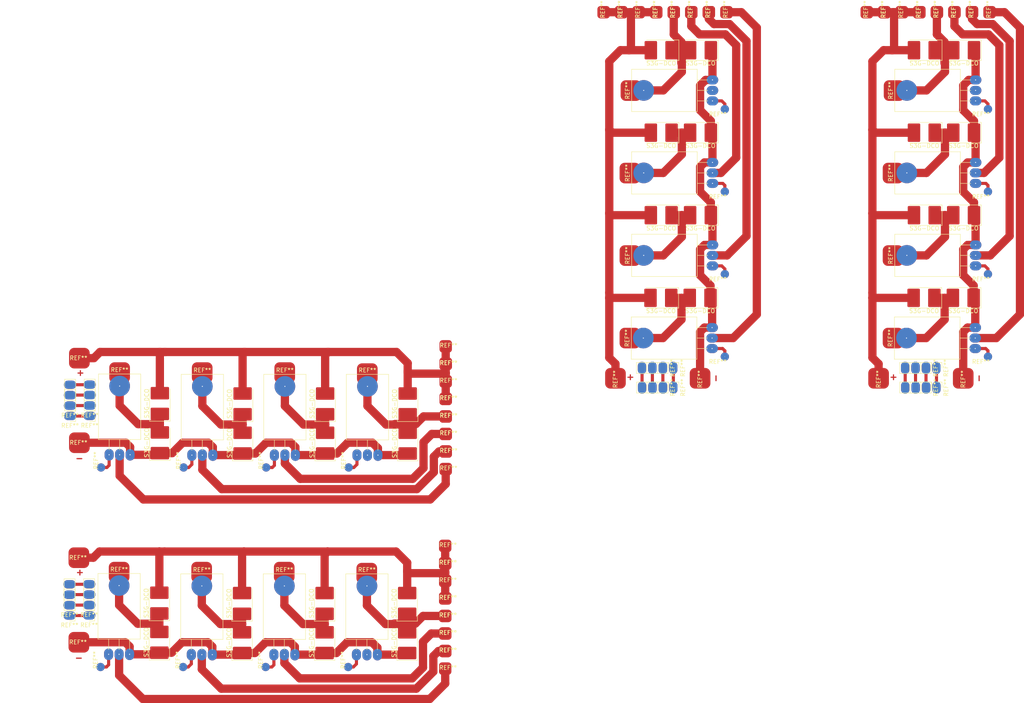
<source format=kicad_pcb>
(kicad_pcb (version 20210606) (generator pcbnew)
  (layers (0 "F.Cu" signal) (31 "B.Cu" signal) (34 "B.Paste" user) (35 "F.Paste" user) (36 "B.SilkS" user "B.Silkscreen") (37 "F.SilkS" user "F.Silkscreen") (38 "B.Mask" user) (39 "F.Mask" user) (44 "Edge.Cuts" user))
  (net 0 "")
  (footprint "Connector_Wire:SolderWirePad_1x01_SMD_1x2mm" (layer "F.Cu") (at 186.874996 19.499998 90)
    (fp_text reference "REF**")
    (fp_text value "SolderWirePad_1x01_SMD_1x2mm")
  )
  (footprint "Connector_Wire:SolderWirePad_1x01_SMD_1x2mm" (layer "F.Cu") (at 131.625 121.75)
    (fp_text reference "REF**")
    (fp_text value "SolderWirePad_1x01_SMD_1x2mm")
  )
  (footprint "Connector_Wire:SolderWirePad_1x01_SMD_1x2mm" (layer "F.Cu") (at 262.999998 102.999999 180)
    (fp_text reference "REF**")
    (fp_text value "SolderWirePad_1x01_SMD_1x2mm")
  )
  (footprint "Diode_SMD:D_2816_7142Metric" (layer "F.Cu") (at 82.29 162.8325 90)
    (fp_text reference "S3G-DCO")
    (fp_text value "D_2816_7142Metric")
  )
  (footprint "Connector_Wire:SolderWirePad_1x01_SMD_1x2mm" (layer "F.Cu") (at 186.874996 19.499998 90)
    (fp_text reference "REF**")
    (fp_text value "SolderWirePad_1x01_SMD_1x2mm")
  )
  (footprint "Package_TO_SOT_THT:TO-220-3_Horizontal_TabDown" (layer "F.Cu") (at 90 175.25)
    (fp_text reference "REF**")
    (fp_text value "TO-220-3_Horizontal_TabDown")
  )
  (footprint "Connector_Wire:SolderWirePad_1x01_SMD_1x2mm" (layer "F.Cu") (at 195.374998 19.499996 90)
    (fp_text reference "REF**")
    (fp_text value "SolderWirePad_1x01_SMD_1x2mm")
  )
  (footprint "Connector_Wire:SolderWirePad_1x01_SMD_1x2mm" (layer "F.Cu") (at 199.249998 42.999996 180)
    (fp_text reference "REF**")
    (fp_text value "SolderWirePad_1x01_SMD_1x2mm")
  )
  (footprint "Connector_PinHeader_2.54mm:PinHeader_1x03_P2.54mm_Vertical" (layer "F.Cu") (at 184.274998 110.499993 -90)
    (fp_text reference "REF**")
    (fp_text value "PinHeader_1x03_P2.54mm_Vertical")
  )
  (footprint "Package_TO_SOT_THT:TO-220-3_Horizontal_TabDown" (layer "F.Cu") (at 70.125 126.875)
    (fp_text reference "REF**")
    (fp_text value "TO-220-3_Horizontal_TabDown")
  )
  (footprint "Connector_Wire:SolderWirePad_1x01_SMD_1x2mm" (layer "F.Cu") (at 263 43 180)
    (fp_text reference "REF**")
    (fp_text value "SolderWirePad_1x01_SMD_1x2mm")
  )
  (footprint "Connector_Wire:SolderWirePad_1x01_SMD_1x2mm" (layer "F.Cu") (at 131.5 170.125)
    (fp_text reference "REF**")
    (fp_text value "SolderWirePad_1x01_SMD_1x2mm")
  )
  (footprint "Connector_Wire:SolderWirePad_1x01_SMD_1x2mm" (layer "F.Cu") (at 42.749999 172.25)
    (fp_text reference "REF**")
    (fp_text value "SolderWirePad_1x01_SMD_1x2mm")
  )
  (footprint "Connector_Wire:SolderWirePad_1x01_SMD_1x2mm" (layer "F.Cu") (at 182.624999 19.499992 90)
    (fp_text reference "REF**")
    (fp_text value "SolderWirePad_1x01_SMD_1x2mm")
  )
  (footprint "Diode_SMD:D_2816_7142Metric" (layer "F.Cu") (at 62.375 123.8875 90)
    (fp_text reference "S3G-DCO")
    (fp_text value "D_2816_7142Metric")
  )
  (footprint "Connector_PinHeader_2.54mm:PinHeader_1x03_P2.54mm_Vertical" (layer "F.Cu") (at 40.5 163.275 180)
    (fp_text reference "REF**")
    (fp_text value "PinHeader_1x03_P2.54mm_Vertical")
  )
  (footprint "Diode_SMD:D_2816_7142Metric" (layer "F.Cu") (at 193.262495 88.749993 180)
    (fp_text reference "S3G-DCO")
    (fp_text value "D_2816_7142Metric")
  )
  (footprint "Package_TO_SOT_THT:TO-220-3_Horizontal_TabDown" (layer "F.Cu") (at 50.085 126.7925)
    (fp_text reference "REF**")
    (fp_text value "TO-220-3_Horizontal_TabDown")
  )
  (footprint "Package_TO_SOT_THT:TO-220-3_Horizontal_TabDown" (layer "F.Cu") (at 196.249999 40.999998 90)
    (fp_text reference "REF**")
    (fp_text value "TO-220-3_Horizontal_TabDown")
  )
  (footprint "Diode_SMD:D_2816_7142Metric" (layer "F.Cu") (at 82.415 123.97 90)
    (fp_text reference "S3G-DCO")
    (fp_text value "D_2816_7142Metric")
  )
  (footprint "Diode_SMD:D_2816_7142Metric" (layer "F.Cu") (at 102.29 162.8325 90)
    (fp_text reference "S3G-DCO")
    (fp_text value "D_2816_7142Metric")
  )
  (footprint "Connector_Wire:SolderWirePad_1x01_SMD_1x2mm" (layer "F.Cu") (at 42.749999 151.75)
    (fp_text reference "REF**")
    (fp_text value "SolderWirePad_1x01_SMD_1x2mm")
  )
  (footprint "Connector_Wire:SolderWirePad_1x01_SMD_1x2mm" (layer "F.Cu") (at 88.125 129.875 90)
    (fp_text reference "REF**")
    (fp_text value "SolderWirePad_1x01_SMD_1x2mm")
  )
  (footprint "Package_TO_SOT_THT:TO-220-3_Horizontal_TabDown" (layer "F.Cu") (at 196.167497 101.039997 90)
    (fp_text reference "REF**")
    (fp_text value "TO-220-3_Horizontal_TabDown")
  )
  (footprint "Connector_PinHeader_2.54mm:PinHeader_1x03_P2.54mm_Vertical" (layer "F.Cu") (at 250.524996 110.499998 -90)
    (fp_text reference "REF**")
    (fp_text value "PinHeader_1x03_P2.54mm_Vertical")
  )
  (footprint "Connector_PinHeader_2.54mm:PinHeader_1x03_P2.54mm_Vertical" (layer "F.Cu") (at 186.749998 105.749997 -90)
    (fp_text reference "REF**")
    (fp_text value "PinHeader_1x03_P2.54mm_Vertical")
  )
  (footprint "Package_TO_SOT_THT:TO-220-3_Horizontal_TabDown" (layer "F.Cu") (at 110 175.25)
    (fp_text reference "REF**")
    (fp_text value "TO-220-3_Horizontal_TabDown")
  )
  (footprint "Diode_SMD:D_2816_7142Metric" (layer "F.Cu") (at 193.344998 48.709996 180)
    (fp_text reference "S3G-DCO")
    (fp_text value "D_2816_7142Metric")
  )
  (footprint "Connector_Wire:SolderWirePad_1x01_SMD_1x2mm" (layer "F.Cu") (at 131.5 174.375)
    (fp_text reference "REF**")
    (fp_text value "SolderWirePad_1x01_SMD_1x2mm")
  )
  (footprint "Connector_Wire:SolderWirePad_1x01_SMD_1x2mm" (layer "F.Cu") (at 263 83 180)
    (fp_text reference "REF**")
    (fp_text value "SolderWirePad_1x01_SMD_1x2mm")
  )
  (footprint "Connector_Wire:SolderWirePad_1x01_SMD_1x2mm" (layer "F.Cu") (at 199.624998 19.499996 90)
    (fp_text reference "REF**")
    (fp_text value "SolderWirePad_1x01_SMD_1x2mm")
  )
  (footprint "Diode_SMD:D_2816_7142Metric" (layer "F.Cu") (at 247.582503 28.710002 180)
    (fp_text reference "S3G-DCO")
    (fp_text value "D_2816_7142Metric")
  )
  (footprint "Connector_PinHeader_2.54mm:PinHeader_1x03_P2.54mm_Vertical" (layer "F.Cu") (at 248.025 110.499997 -90)
    (fp_text reference "REF**")
    (fp_text value "PinHeader_1x03_P2.54mm_Vertical")
  )
  (footprint "Diode_SMD:D_2816_7142Metric" (layer "F.Cu") (at 62.25 162.75 90)
    (fp_text reference "S3G-DCO")
    (fp_text value "D_2816_7142Metric")
  )
  (footprint "Connector_Wire:SolderWirePad_1x01_SMD_1x2mm" (layer "F.Cu") (at 191.124993 19.499993 90)
    (fp_text reference "REF**")
    (fp_text value "SolderWirePad_1x01_SMD_1x2mm")
  )
  (footprint "Connector_Wire:SolderWirePad_1x01_SMD_1x2mm" (layer "F.Cu") (at 131.625 113.25)
    (fp_text reference "REF**")
    (fp_text value "SolderWirePad_1x01_SMD_1x2mm")
  )
  (footprint "Connector_Wire:SolderWirePad_1x01_SMD_1x2mm" (layer "F.Cu") (at 131.5 165.875)
    (fp_text reference "REF**")
    (fp_text value "SolderWirePad_1x01_SMD_1x2mm")
  )
  (footprint "Connector_Wire:SolderWirePad_1x01_SMD_1x2mm" (layer "F.Cu") (at 131.625 121.75)
    (fp_text reference "REF**")
    (fp_text value "SolderWirePad_1x01_SMD_1x2mm")
  )
  (footprint "" (layer "F.Cu") (at 92.5 155.25)
    (fp_text reference "")
    (fp_text value "")
  )
  (footprint "Connector_Wire:SolderWirePad_1x01_SMD_1x2mm" (layer "F.Cu") (at 131.5 153.125)
    (fp_text reference "REF**")
    (fp_text value "SolderWirePad_1x01_SMD_1x2mm")
  )
  (footprint "Package_TO_SOT_THT:TO-220-3_Horizontal_TabDown" (layer "F.Cu") (at 260 80.999999 90)
    (fp_text reference "REF**")
    (fp_text value "TO-220-3_Horizontal_TabDown")
  )
  (footprint "" (layer "F.Cu") (at 112.5 155.5)
    (fp_text reference "")
    (fp_text value "")
  )
  (footprint "Package_TO_SOT_THT:TO-220-3_Horizontal_TabDown" (layer "F.Cu") (at 196.249999 60.999996 90)
    (fp_text reference "REF**")
    (fp_text value "TO-220-3_Horizontal_TabDown")
  )
  (footprint "Connector_Wire:SolderWirePad_1x01_SMD_1x2mm" (layer "F.Cu") (at 178.375002 19.499997 90)
    (fp_text reference "REF**")
    (fp_text value "SolderWirePad_1x01_SMD_1x2mm")
  )
  (footprint "Connector_Wire:SolderWirePad_1x01_SMD_1x2mm" (layer "F.Cu") (at 131.625 109)
    (fp_text reference "REF**")
    (fp_text value "SolderWirePad_1x01_SMD_1x2mm")
  )
  (footprint "Connector_Wire:SolderWirePad_1x01_SMD_1x2mm" (layer "F.Cu") (at 108 178.25 90)
    (fp_text reference "REF**")
    (fp_text value "SolderWirePad_1x01_SMD_1x2mm")
  )
  (footprint "Diode_SMD:D_2816_7142Metric" (layer "F.Cu") (at 183.832497 68.709997 180)
    (fp_text reference "S3G-DCO")
    (fp_text value "D_2816_7142Metric")
  )
  (footprint "Package_TO_SOT_THT:TO-220-3_Horizontal_TabDown" (layer "F.Cu") (at 110.125 126.875)
    (fp_text reference "REF**")
    (fp_text value "TO-220-3_Horizontal_TabDown")
  )
  (footprint "Connector_Wire:SolderWirePad_1x01_SMD_1x2mm" (layer "F.Cu") (at 131.625 100.5)
    (fp_text reference "REF**")
    (fp_text value "SolderWirePad_1x01_SMD_1x2mm")
  )
  (footprint "Connector_Wire:SolderWirePad_1x01_SMD_1x2mm" (layer "F.Cu") (at 131.5 148.875)
    (fp_text reference "REF**")
    (fp_text value "SolderWirePad_1x01_SMD_1x2mm")
  )
  (footprint "Connector_Wire:SolderWirePad_1x01_SMD_1x2mm" (layer "F.Cu") (at 88 178.25 90)
    (fp_text reference "REF**")
    (fp_text value "SolderWirePad_1x01_SMD_1x2mm")
  )
  (footprint "Connector_PinHeader_2.54mm:PinHeader_1x03_P2.54mm_Vertical" (layer "F.Cu") (at 40.5 165.774998 180)
    (fp_text reference "REF**")
    (fp_text value "PinHeader_1x03_P2.54mm_Vertical")
  )
  (footprint "Connector_Wire:SolderWirePad_1x01_SMD_1x2mm" (layer "F.Cu") (at 131.625 130.25)
    (fp_text reference "REF**")
    (fp_text value "SolderWirePad_1x01_SMD_1x2mm")
  )
  (footprint "Diode_SMD:D_2816_7142Metric" (layer "F.Cu") (at 82.29 172.345 90)
    (fp_text reference "S3G-DCO")
    (fp_text value "D_2816_7142Metric")
  )
  (footprint "Connector_Wire:SolderWirePad_1x01_SMD_1x2mm" (layer "F.Cu") (at 131.5 165.875)
    (fp_text reference "REF**")
    (fp_text value "SolderWirePad_1x01_SMD_1x2mm")
  )
  (footprint "" (layer "F.Cu") (at 239.999998 98.500001 90)
    (fp_text reference "")
    (fp_text value "")
  )
  (footprint "" (layer "F.Cu") (at 72.625 106.875)
    (fp_text reference "")
    (fp_text value "")
  )
  (footprint "Connector_Wire:SolderWirePad_1x01_SMD_1x2mm" (layer "F.Cu") (at 131.625 126)
    (fp_text reference "REF**")
    (fp_text value "SolderWirePad_1x01_SMD_1x2mm")
  )
  (footprint "Connector_Wire:SolderWirePad_1x01_SMD_1x2mm" (layer "F.Cu") (at 195.374998 19.499996 90)
    (fp_text reference "REF**")
    (fp_text value "SolderWirePad_1x01_SMD_1x2mm")
  )
  (footprint "" (layer "F.Cu") (at 176.249998 78.499996 90)
    (fp_text reference "")
    (fp_text value "")
  )
  (footprint "Connector_Wire:SolderWirePad_1x01_SMD_1x2mm" (layer "F.Cu") (at 131.625 126)
    (fp_text reference "REF**")
    (fp_text value "SolderWirePad_1x01_SMD_1x2mm")
  )
  (footprint "Connector_PinHeader_2.54mm:PinHeader_1x03_P2.54mm_Vertical" (layer "F.Cu") (at 40.625 117.399998 180)
    (fp_text reference "REF**")
    (fp_text value "PinHeader_1x03_P2.54mm_Vertical")
  )
  (footprint "Connector_Wire:SolderWirePad_1x01_SMD_1x2mm" (layer "F.Cu") (at 259.125 19.5 90)
    (fp_text reference "REF**")
    (fp_text value "SolderWirePad_1x01_SMD_1x2mm")
  )
  (footprint "Connector_Wire:SolderWirePad_1x01_SMD_1x2mm" (layer "F.Cu") (at 131.625 117.5)
    (fp_text reference "REF**")
    (fp_text value "SolderWirePad_1x01_SMD_1x2mm")
  )
  (footprint "Connector_PinHeader_2.54mm:PinHeader_1x03_P2.54mm_Vertical" (layer "F.Cu") (at 45.374999 117.375 180)
    (fp_text reference "REF**")
    (fp_text value "PinHeader_1x03_P2.54mm_Vertical")
  )
  (footprint "Diode_SMD:D_2816_7142Metric" (layer "F.Cu") (at 247.5 88.75 180)
    (fp_text reference "S3G-DCO")
    (fp_text value "D_2816_7142Metric")
  )
  (footprint "Diode_SMD:D_2816_7142Metric" (layer "F.Cu") (at 183.749998 88.749996 180)
    (fp_text reference "S3G-DCO")
    (fp_text value "D_2816_7142Metric")
  )
  (footprint "Diode_SMD:D_2816_7142Metric" (layer "F.Cu") (at 122.415 123.97 90)
    (fp_text reference "S3G-DCO")
    (fp_text value "D_2816_7142Metric")
  )
  (footprint "" (layer "F.Cu") (at 240.25 38.500001 90)
    (fp_text reference "")
    (fp_text value "")
  )
  (footprint "Connector_Wire:SolderWirePad_1x01_SMD_1x2mm" (layer "F.Cu") (at 68 178.25 90)
    (fp_text reference "REF**")
    (fp_text value "SolderWirePad_1x01_SMD_1x2mm")
  )
  (footprint "Connector_Wire:SolderWirePad_1x01_SMD_1x2mm" (layer "F.Cu") (at 68.125 129.875 90)
    (fp_text reference "REF**")
    (fp_text value "SolderWirePad_1x01_SMD_1x2mm")
  )
  (footprint "Connector_Wire:SolderWirePad_1x01_SMD_1x2mm" (layer "F.Cu") (at 172.75 108.25 90)
    (fp_text reference "REF**")
    (fp_text value "SolderWirePad_1x01_SMD_1x2mm")
  )
  (footprint "Connector_Wire:SolderWirePad_1x01_SMD_1x2mm" (layer "F.Cu") (at 237.875 19.5 90)
    (fp_text reference "REF**")
    (fp_text value "SolderWirePad_1x01_SMD_1x2mm")
  )
  (footprint "Connector_Wire:SolderWirePad_1x01_SMD_1x2mm" (layer "F.Cu") (at 42.874999 103.375)
    (fp_text reference "REF**")
    (fp_text value "SolderWirePad_1x01_SMD_1x2mm")
  )
  (footprint "Diode_SMD:D_2816_7142Metric" (layer "F.Cu") (at 247.5825 48.71 180)
    (fp_text reference "S3G-DCO")
    (fp_text value "D_2816_7142Metric")
  )
  (footprint "Diode_SMD:D_2816_7142Metric" (layer "F.Cu") (at 122.29 162.8325 90)
    (fp_text reference "S3G-DCO")
    (fp_text value "D_2816_7142Metric")
  )
  (footprint "Connector_PinHeader_2.54mm:PinHeader_1x03_P2.54mm_Vertical" (layer "F.Cu") (at 45.374999 114.875002 180)
    (fp_text reference "REF**")
    (fp_text value "PinHeader_1x03_P2.54mm_Vertical")
  )
  (footprint "Package_TO_SOT_THT:TO-220-3_Horizontal_TabDown" (layer "F.Cu") (at 260.000001 41.000002 90)
    (fp_text reference "REF**")
    (fp_text value "TO-220-3_Horizontal_TabDown")
  )
  (footprint "Diode_SMD:D_2816_7142Metric" (layer "F.Cu") (at 102.415 114.4575 90)
    (fp_text reference "S3G-DCO")
    (fp_text value "D_2816_7142Metric")
  )
  (footprint "" (layer "F.Cu") (at 176.499998 38.499997 90)
    (fp_text reference "")
    (fp_text value "")
  )
  (footprint "Connector_Wire:SolderWirePad_1x01_SMD_1x2mm" (layer "F.Cu") (at 48.125 129.875 90)
    (fp_text reference "REF**")
    (fp_text value "SolderWirePad_1x01_SMD_1x2mm")
  )
  (footprint "Diode_SMD:D_2816_7142Metric" (layer "F.Cu") (at 102.29 172.345 90)
    (fp_text reference "S3G-DCO")
    (fp_text value "D_2816_7142Metric")
  )
  (footprint "Diode_SMD:D_2816_7142Metric" (layer "F.Cu") (at 193.344995 68.709996 180)
    (fp_text reference "S3G-DCO")
    (fp_text value "D_2816_7142Metric")
  )
  (footprint "Diode_SMD:D_2816_7142Metric" (layer "F.Cu") (at 257.094997 68.71 180)
    (fp_text reference "S3G-DCO")
    (fp_text value "D_2816_7142Metric")
  )
  (footprint "Package_TO_SOT_THT:TO-220-3_Horizontal_TabDown" (layer "F.Cu") (at 259.917499 101.040001 90)
    (fp_text reference "REF**")
    (fp_text value "TO-220-3_Horizontal_TabDown")
  )
  (footprint "" (layer "F.Cu") (at 52.5 155.25)
    (fp_text reference "")
    (fp_text value "")
  )
  (footprint "Connector_Wire:SolderWirePad_1x01_SMD_1x2mm" (layer "F.Cu") (at 257.000001 108.25 90)
    (fp_text reference "REF**")
    (fp_text value "SolderWirePad_1x01_SMD_1x2mm")
  )
  (footprint "Connector_Wire:SolderWirePad_1x01_SMD_1x2mm" (layer "F.Cu") (at 246.375001 19.499996 90)
    (fp_text reference "REF**")
    (fp_text value "SolderWirePad_1x01_SMD_1x2mm")
  )
  (footprint "Connector_Wire:SolderWirePad_1x01_SMD_1x2mm" (layer "F.Cu") (at 246.375001 19.499996 90)
    (fp_text reference "REF**")
    (fp_text value "SolderWirePad_1x01_SMD_1x2mm")
  )
  (footprint "Connector_Wire:SolderWirePad_1x01_SMD_1x2mm" (layer "F.Cu") (at 131.625 117.5)
    (fp_text reference "REF**")
    (fp_text value "SolderWirePad_1x01_SMD_1x2mm")
  )
  (footprint "Connector_Wire:SolderWirePad_1x01_SMD_1x2mm" (layer "F.Cu") (at 131.5 178.625)
    (fp_text reference "REF**")
    (fp_text value "SolderWirePad_1x01_SMD_1x2mm")
  )
  (footprint "Connector_Wire:SolderWirePad_1x01_SMD_1x2mm" (layer "F.Cu") (at 199.249998 82.999996 180)
    (fp_text reference "REF**")
    (fp_text value "SolderWirePad_1x01_SMD_1x2mm")
  )
  (footprint "Connector_Wire:SolderWirePad_1x01_SMD_1x2mm" (layer "F.Cu") (at 48 178.25 90)
    (fp_text reference "REF**")
    (fp_text value "SolderWirePad_1x01_SMD_1x2mm")
  )
  (footprint "Diode_SMD:D_2816_7142Metric" (layer "F.Cu") (at 257.095 48.71 180)
    (fp_text reference "S3G-DCO")
    (fp_text value "D_2816_7142Metric")
  )
  (footprint "Connector_Wire:SolderWirePad_1x01_SMD_1x2mm" (layer "F.Cu") (at 131.625 104.75)
    (fp_text reference "REF**")
    (fp_text value "SolderWirePad_1x01_SMD_1x2mm")
  )
  (footprint "Package_TO_SOT_THT:TO-220-3_Horizontal_TabDown" (layer "F.Cu") (at 90.125 126.875)
    (fp_text reference "REF**")
    (fp_text value "TO-220-3_Horizontal_TabDown")
  )
  (footprint "Connector_Wire:SolderWirePad_1x01_SMD_1x2mm" (layer "F.Cu") (at 250.624998 19.500002 90)
    (fp_text reference "REF**")
    (fp_text value "SolderWirePad_1x01_SMD_1x2mm")
  )
  (footprint "" (layer "F.Cu") (at 240 58.5 90)
    (fp_text reference "")
    (fp_text value "")
  )
  (footprint "Connector_PinHeader_2.54mm:PinHeader_1x03_P2.54mm_Vertical" (layer "F.Cu") (at 40.625 114.9 180)
    (fp_text reference "REF**")
    (fp_text value "PinHeader_1x03_P2.54mm_Vertical")
  )
  (footprint "Package_TO_SOT_THT:TO-220-3_Horizontal_TabDown" (layer "F.Cu") (at 49.96 175.1675)
    (fp_text reference "REF**")
    (fp_text value "TO-220-3_Horizontal_TabDown")
  )
  (footprint "Package_TO_SOT_THT:TO-220-3_Horizontal_TabDown" (layer "F.Cu") (at 196.249998 80.999995 90)
    (fp_text reference "REF**")
    (fp_text value "TO-220-3_Horizontal_TabDown")
  )
  (footprint "Connector_Wire:SolderWirePad_1x01_SMD_1x2mm" (layer "F.Cu") (at 169.874998 19.499995 90)
    (fp_text reference "REF**")
    (fp_text value "SolderWirePad_1x01_SMD_1x2mm")
  )
  (footprint "Connector_PinHeader_2.54mm:PinHeader_1x03_P2.54mm_Vertical" (layer "F.Cu") (at 186.774994 110.499994 -90)
    (fp_text reference "REF**")
    (fp_text value "PinHeader_1x03_P2.54mm_Vertical")
  )
  (footprint "Connector_Wire:SolderWirePad_1x01_SMD_1x2mm" (layer "F.Cu") (at 263.375 19.5 90)
    (fp_text reference "REF**")
    (fp_text value "SolderWirePad_1x01_SMD_1x2mm")
  )
  (footprint "" (layer "F.Cu") (at 112.625 107.125)
    (fp_text reference "")
    (fp_text value "")
  )
  (footprint "Connector_Wire:SolderWirePad_1x01_SMD_1x2mm" (layer "F.Cu") (at 174.124998 19.499996 90)
    (fp_text reference "REF**")
    (fp_text value "SolderWirePad_1x01_SMD_1x2mm")
  )
  (footprint "Connector_Wire:SolderWirePad_1x01_SMD_1x2mm" (layer "F.Cu") (at 254.874995 19.499997 90)
    (fp_text reference "REF**")
    (fp_text value "SolderWirePad_1x01_SMD_1x2mm")
  )
  (footprint "" (layer "F.Cu") (at 176.249998 58.499996 90)
    (fp_text reference "")
    (fp_text value "")
  )
  (footprint "Connector_Wire:SolderWirePad_1x01_SMD_1x2mm" (layer "F.Cu") (at 250.624998 19.500002 90)
    (fp_text reference "REF**")
    (fp_text value "SolderWirePad_1x01_SMD_1x2mm")
  )
  (footprint "Diode_SMD:D_2816_7142Metric" (layer "F.Cu") (at 122.29 172.345 90)
    (fp_text reference "S3G-DCO")
    (fp_text value "D_2816_7142Metric")
  )
  (footprint "Connector_PinHeader_2.54mm:PinHeader_1x03_P2.54mm_Vertical" (layer "F.Cu") (at 250.5 105.750001 -90)
    (fp_text reference "REF**")
    (fp_text value "PinHeader_1x03_P2.54mm_Vertical")
  )
  (footprint "Connector_Wire:SolderWirePad_1x01_SMD_1x2mm" (layer "F.Cu") (at 182.624999 19.499992 90)
    (fp_text reference "REF**")
    (fp_text value "SolderWirePad_1x01_SMD_1x2mm")
  )
  (footprint "Connector_Wire:SolderWirePad_1x01_SMD_1x2mm" (layer "F.Cu") (at 108.125 129.875 90)
    (fp_text reference "REF**")
    (fp_text value "SolderWirePad_1x01_SMD_1x2mm")
  )
  (footprint "Diode_SMD:D_2816_7142Metric" (layer "F.Cu") (at 102.415 123.97 90)
    (fp_text reference "S3G-DCO")
    (fp_text value "D_2816_7142Metric")
  )
  (footprint "Package_TO_SOT_THT:TO-220-3_Horizontal_TabDown" (layer "F.Cu") (at 70 175.25)
    (fp_text reference "REF**")
    (fp_text value "TO-220-3_Horizontal_TabDown")
  )
  (footprint "Connector_Wire:SolderWirePad_1x01_SMD_1x2mm" (layer "F.Cu") (at 131.5 170.125)
    (fp_text reference "REF**")
    (fp_text value "SolderWirePad_1x01_SMD_1x2mm")
  )
  (footprint "" (layer "F.Cu") (at 240 78.5 90)
    (fp_text reference "")
    (fp_text value "")
  )
  (footprint "Connector_Wire:SolderWirePad_1x01_SMD_1x2mm" (layer "F.Cu") (at 174.124998 19.499996 90)
    (fp_text reference "REF**")
    (fp_text value "SolderWirePad_1x01_SMD_1x2mm")
  )
  (footprint "Connector_PinHeader_2.54mm:PinHeader_1x03_P2.54mm_Vertical" (layer "F.Cu") (at 45.249999 163.250002 180)
    (fp_text reference "REF**")
    (fp_text value "PinHeader_1x03_P2.54mm_Vertical")
  )
  (footprint "Connector_Wire:SolderWirePad_1x01_SMD_1x2mm" (layer "F.Cu") (at 242.125004 19.500001 90)
    (fp_text reference "REF**")
    (fp_text value "SolderWirePad_1x01_SMD_1x2mm")
  )
  (footprint "Diode_SMD:D_2816_7142Metric" (layer "F.Cu") (at 247.582499 68.710001 180)
    (fp_text reference "S3G-DCO")
    (fp_text value "D_2816_7142Metric")
  )
  (footprint "" (layer "F.Cu") (at 176.249996 98.499997 90)
    (fp_text reference "")
    (fp_text value "")
  )
  (footprint "Connector_Wire:SolderWirePad_1x01_SMD_1x2mm" (layer "F.Cu") (at 131.5 161.625)
    (fp_text reference "REF**")
    (fp_text value "SolderWirePad_1x01_SMD_1x2mm")
  )
  (footprint "Connector_Wire:SolderWirePad_1x01_SMD_1x2mm" (layer "F.Cu") (at 233.625 19.499999 90)
    (fp_text reference "REF**")
    (fp_text value "SolderWirePad_1x01_SMD_1x2mm")
  )
  (footprint "Diode_SMD:D_2816_7142Metric" (layer "F.Cu") (at 193.344998 28.709996 180)
    (fp_text reference "S3G-DCO")
    (fp_text value "D_2816_7142Metric")
  )
  (footprint "Connector_PinHeader_2.54mm:PinHeader_1x03_P2.54mm_Vertical" (layer "F.Cu") (at 45.249999 165.75 180)
    (fp_text reference "REF**")
    (fp_text value "PinHeader_1x03_P2.54mm_Vertical")
  )
  (footprint "Connector_Wire:SolderWirePad_1x01_SMD_1x2mm" (layer "F.Cu") (at 131.5 161.625)
    (fp_text reference "REF**")
    (fp_text value "SolderWirePad_1x01_SMD_1x2mm")
  )
  (footprint "Diode_SMD:D_2816_7142Metric" (layer "F.Cu") (at 62.25 172.2625 90)
    (fp_text reference "S3G-DCO")
    (fp_text value "D_2816_7142Metric")
  )
  (footprint "Connector_Wire:SolderWirePad_1x01_SMD_1x2mm" (layer "F.Cu") (at 199.249996 102.999995 180)
    (fp_text reference "REF**")
    (fp_text value "SolderWirePad_1x01_SMD_1x2mm")
  )
  (footprint "Diode_SMD:D_2816_7142Metric" (layer "F.Cu") (at 183.832501 28.709998 180)
    (fp_text reference "S3G-DCO")
    (fp_text value "D_2816_7142Metric")
  )
  (footprint "Diode_SMD:D_2816_7142Metric" (layer "F.Cu") (at 62.375 114.375 90)
    (fp_text reference "S3G-DCO")
    (fp_text value "D_2816_7142Metric")
  )
  (footprint "Diode_SMD:D_2816_7142Metric" (layer "F.Cu") (at 257.012497 88.749997 180)
    (fp_text reference "S3G-DCO")
    (fp_text value "D_2816_7142Metric")
  )
  (footprint "" (layer "F.Cu") (at 92.625 106.875)
    (fp_text reference "")
    (fp_text value "")
  )
  (footprint "Diode_SMD:D_2816_7142Metric" (layer "F.Cu") (at 82.415 114.4575 90)
    (fp_text reference "S3G-DCO")
    (fp_text value "D_2816_7142Metric")
  )
  (footprint "Connector_Wire:SolderWirePad_1x01_SMD_1x2mm" (layer "F.Cu") (at 236.500002 108.250004 90)
    (fp_text reference "REF**")
    (fp_text value "SolderWirePad_1x01_SMD_1x2mm")
  )
  (footprint "Connector_Wire:SolderWirePad_1x01_SMD_1x2mm" (layer "F.Cu") (at 131.5 153.125)
    (fp_text reference "REF**")
    (fp_text value "SolderWirePad_1x01_SMD_1x2mm")
  )
  (footprint "Connector_Wire:SolderWirePad_1x01_SMD_1x2mm" (layer "F.Cu") (at 131.625 113.25)
    (fp_text reference "REF**")
    (fp_text value "SolderWirePad_1x01_SMD_1x2mm")
  )
  (footprint "Connector_Wire:SolderWirePad_1x01_SMD_1x2mm" (layer "F.Cu") (at 254.874995 19.499997 90)
    (fp_text reference "REF**")
    (fp_text value "SolderWirePad_1x01_SMD_1x2mm")
  )
  (footprint "Connector_PinHeader_2.54mm:PinHeader_1x03_P2.54mm_Vertical" (layer "F.Cu") (at 184.25 105.749998 -90)
    (fp_text reference "REF**")
    (fp_text value "PinHeader_1x03_P2.54mm_Vertical")
  )
  (footprint "Package_TO_SOT_THT:TO-220-3_Horizontal_TabDown" (layer "F.Cu") (at 260.000001 61 90)
    (fp_text reference "REF**")
    (fp_text value "TO-220-3_Horizontal_TabDown")
  )
  (footprint "" (layer "F.Cu") (at 52.625 106.875)
    (fp_text reference "")
    (fp_text value "")
  )
  (footprint "Connector_Wire:SolderWirePad_1x01_SMD_1x2mm" (layer "F.Cu") (at 193.249999 108.249996 90)
    (fp_text reference "REF**")
    (fp_text value "SolderWirePad_1x01_SMD_1x2mm")
  )
  (footprint "Connector_Wire:SolderWirePad_1x01_SMD_1x2mm" (layer "F.Cu") (at 263.000002 63.000001 180)
    (fp_text reference "REF**")
    (fp_text value "SolderWirePad_1x01_SMD_1x2mm")
  )
  (footprint "Diode_SMD:D_2816_7142Metric" (layer "F.Cu") (at 257.095 28.71 180)
    (fp_text reference "S3G-DCO")
    (fp_text value "D_2816_7142Metric")
  )
  (footprint "Connector_Wire:SolderWirePad_1x01_SMD_1x2mm" (layer "F.Cu") (at 259.125 19.5 90)
    (fp_text reference "REF**")
    (fp_text value "SolderWirePad_1x01_SMD_1x2mm")
  )
  (footprint "" (layer "F.Cu") (at 72.5 155.25)
    (fp_text reference "")
    (fp_text value "")
  )
  (footprint "Connector_Wire:SolderWirePad_1x01_SMD_1x2mm" (layer "F.Cu") (at 131.5 157.375)
    (fp_text reference "REF**")
    (fp_text value "SolderWirePad_1x01_SMD_1x2mm")
  )
  (footprint "Connector_Wire:SolderWirePad_1x01_SMD_1x2mm" (layer "F.Cu") (at 131.5 174.375)
    (fp_text reference "REF**")
    (fp_text value "SolderWirePad_1x01_SMD_1x2mm")
  )
  (footprint "Diode_SMD:D_2816_7142Metric" (layer "F.Cu") (at 183.832498 48.709996 180)
    (fp_text reference "S3G-DCO")
    (fp_text value "D_2816_7142Metric")
  )
  (footprint "Connector_Wire:SolderWirePad_1x01_SMD_1x2mm" (layer "F.Cu") (at 191.124993 19.499993 90)
    (fp_text reference "REF**")
    (fp_text value "SolderWirePad_1x01_SMD_1x2mm")
  )
  (footprint "Connector_PinHeader_2.54mm:PinHeader_1x03_P2.54mm_Vertical" (layer "F.Cu") (at 248.000002 105.750002 -90)
    (fp_text reference "REF**")
    (fp_text value "PinHeader_1x03_P2.54mm_Vertical")
  )
  (footprint "Connector_Wire:SolderWirePad_1x01_SMD_1x2mm" (layer "F.Cu") (at 199.25 62.999997 180)
    (fp_text reference "REF**")
    (fp_text value "SolderWirePad_1x01_SMD_1x2mm")
  )
  (footprint "Connector_Wire:SolderWirePad_1x01_SMD_1x2mm" (layer "F.Cu") (at 42.874999 123.875)
    (fp_text reference "REF**")
    (fp_text value "SolderWirePad_1x01_SMD_1x2mm")
  )
  (footprint "Connector_Wire:SolderWirePad_1x01_SMD_1x2mm" (layer "F.Cu") (at 131.625 104.75)
    (fp_text reference "REF**")
    (fp_text value "SolderWirePad_1x01_SMD_1x2mm")
  )
  (footprint "Connector_Wire:SolderWirePad_1x01_SMD_1x2mm" (layer "F.Cu") (at 237.875 19.5 90)
    (fp_text reference "REF**")
    (fp_text value "SolderWirePad_1x01_SMD_1x2mm")
  )
  (footprint "Diode_SMD:D_2816_7142Metric" (layer "F.Cu") (at 122.415 114.4575 90)
    (fp_text reference "S3G-DCO")
    (fp_text value "D_2816_7142Metric")
  )
  (gr_text "+" (at 240.000002 108.000003 90) (layer "F.Cu") (effects (font (size 1.5 1.5) (thickness 0.3))))
  (gr_text "+" (at 176.25 107.999999 90) (layer "F.Cu") (effects (font (size 1.5 1.5) (thickness 0.3))))
  (gr_text "+" (at 42.999999 155.25) (layer "F.Cu") (effects (font (size 1.5 1.5) (thickness 0.3))))
  (gr_text "-" (at 42.749999 176) (layer "F.Cu") (effects (font (size 1.5 1.5) (thickness 0.3))))
  (gr_text "-" (at 196.999998 108.249995 90) (layer "F.Cu") (effects (font (size 1.5 1.5) (thickness 0.3))))
  (gr_text "-" (at 260.75 108.249999 90) (layer "F.Cu") (effects (font (size 1.5 1.5) (thickness 0.3))))
  (gr_text "-" (at 42.874999 127.625) (layer "F.Cu") (effects (font (size 1.5 1.5) (thickness 0.3))))
  (gr_text "+" (at 43.124999 106.875) (layer "F.Cu") (effects (font (size 1.5 1.5) (thickness 0.3))))
  (segment (start 122.415 111.945) (end 122.415 106.665) (width 2) (layer "F.Cu") (net 0))
  (segment (start 260 78.46) (end 263.54 78.459998) (width 2) (layer "F.Cu") (net 0))
  (segment (start 82.75 150.25) (end 63.5 150.25) (width 2) (layer "F.Cu") (net 0))
  (segment (start 252.582502 33.960002) (end 252.5825 28.709996) (width 2) (layer "F.Cu") (net 0))
  (segment (start 45.350001 109.82) (end 45.374999 109.795002) (width 0.75) (layer "F.Cu") (net 0))
  (segment (start 52.5 158.5075) (end 52.5 163.25) (width 2) (layer "F.Cu") (net 0))
  (segment (start 245.444995 110.499996) (end 245.444998 105.774999) (width 0.75) (layer "F.Cu") (net 0))
  (segment (start 257 97.000001) (end 257.000001 108.25) (width 2) (layer "F.Cu") (net 0))
  (segment (start 252.4575 26.7075) (end 250.625 24.874996) (width 2) (layer "F.Cu") (net 0))
  (segment (start 243.34 58.46) (end 248.0825 58.460001) (width 2) (layer "F.Cu") (net 0))
  (segment (start 55.04 173.29) (end 55.04 175.1675) (width 2) (layer "F.Cu") (net 0))
  (segment (start 122.29 167.8325) (end 122.29 169.8325) (width 2) (layer "F.Cu") (net 0))
  (segment (start 171.25 31.419994) (end 171.249996 47.999994) (width 2) (layer "F.Cu") (net 0))
  (segment (start 105.1425 174.8575) (end 107.75 172.25) (width 2) (layer "F.Cu") (net 0))
  (segment (start 54.125 123.875) (end 55.165 124.915) (width 2) (layer "F.Cu") (net 0))
  (segment (start 239.79 28.71) (end 237.71 28.71) (width 2) (layer "F.Cu") (net 0))
  (segment (start 95.08 175.25) (end 101.8975 175.25) (width 2) (layer "F.Cu") (net 0))
  (segment (start 201.999998 27.499996) (end 199.374997 24.874995) (width 2) (layer "F.Cu") (net 0))
  (segment (start 62.375 119.375) (end 62.375 121.375) (width 2) (layer "F.Cu") (net 0))
  (segment (start 122.29 165.345) (end 122.29 167.8325) (width 2) (layer "F.Cu") (net 0))
  (segment (start 199.789998 78.459994) (end 204.499999 73.749995) (width 2) (layer "F.Cu") (net 0))
  (segment (start 52.5 163.25) (end 57 167.75) (width 2) (layer "F.Cu") (net 0))
  (segment (start 40.5 165.774998) (end 45.225001 165.774998) (width 0.75) (layer "F.Cu") (net 0))
  (segment (start 105.2675 126.4825) (end 107.875 123.875) (width 2) (layer "F.Cu") (net 0))
  (segment (start 195.857497 68.709998) (end 195.857496 65.607496) (width 2) (layer "F.Cu") (net 0))
  (segment (start 179.589998 38.459998) (end 184.332498 38.459996) (width 2) (layer "F.Cu") (net 0))
  (segment (start 55.04 175.1675) (end 61.8575 175.1675) (width 2) (layer "F.Cu") (net 0))
  (segment (start 260 69.1025) (end 259.607499 68.710002) (width 2) (layer "F.Cu") (net 0))
  (segment (start 75.08 175.25) (end 75.08 173.33) (width 2) (layer "F.Cu") (net 0))
  (segment (start 55.165 126.7925) (end 61.9825 126.7925) (width 2) (layer "F.Cu") (net 0))
  (segment (start 195.857498 48.709996) (end 195.857498 45.857495) (width 2) (layer "F.Cu") (net 0))
  (segment (start 119.58 150.25) (end 103 150.25) (width 2) (layer "F.Cu") (net 0))
  (segment (start 117.04 167.8325) (end 122.29 167.8325) (width 2) (layer "F.Cu") (net 0))
  (segment (start 102.29 150.96) (end 103 150.25) (width 2) (layer "F.Cu") (net 0))
  (segment (start 124.5 183.5) (end 128.625 179.375) (width 2) (layer "F.Cu") (net 0))
  (segment (start 82.415 116.97) (end 82.415 119.4575) (width 2) (layer "F.Cu") (net 0))
  (segment (start 171.249997 68.249993) (end 171.249997 87.499998) (width 2) (layer "F.Cu") (net 0))
  (segment (start 240.25 28.25) (end 240.249999 19.625) (width 2) (layer "F.Cu") (net 0))
  (segment (start 176.499998 28.249996) (end 176.499997 19.624996) (width 2) (layer "F.Cu") (net 0))
  (segment (start 62.375 111.8625) (end 62.375 101.875) (width 2) (layer "F.Cu") (net 0))
  (segment (start 103.125 101.875) (end 82.875 101.875) (width 2) (layer "F.Cu") (net 0))
  (segment (start 172.750001 104.749996) (end 172.75 108.25) (width 2) (layer "F.Cu") (net 0))
  (segment (start 107.75 172.25) (end 113.75 172.25) (width 2) (layer "F.Cu") (net 0))
  (segment (start 126.25 123.75) (end 128.25 121.75) (width 2) (layer "F.Cu") (net 0))
  (segment (start 96.25 181) (end 123.5 181) (width 2) (layer "F.Cu") (net 0))
  (segment (start 72.665 126.875) (end 72.665 130.415) (width 2) (layer "F.Cu") (net 0))
  (segment (start 124.4175 119.3325) (end 126.25 117.5) (width 2) (layer "F.Cu") (net 0))
  (segment (start 257 83.250001) (end 257.000002 77) (width 2) (layer "F.Cu") (net 0))
  (segment (start 235.000001 103.25) (end 235 88.749999) (width 2) (layer "F.Cu") (net 0))
  (segment (start 252.5825 48.71) (end 254.5825 48.71) (width 2) (layer "F.Cu") (net 0))
  (segment (start 257 43.250001) (end 257 37.250001) (width 2) (layer "F.Cu") (net 0))
  (segment (start 250.0125 88.75) (end 252.500001 88.749999) (width 2) (layer "F.Cu") (net 0))
  (segment (start 55.165 124.915) (end 55.165 126.7925) (width 2) (layer "F.Cu") (net 0))
  (segment (start 186.262498 88.749996) (end 188.749999 88.749995) (width 2) (layer "F.Cu") (net 0))
  (segment (start 252.500001 93.999998) (end 252.500001 88.749999) (width 2) (layer "F.Cu") (net 0))
  (segment (start 52.625 131.875) (end 58.375 137.625) (width 2) (layer "F.Cu") (net 0))
  (segment (start 235.709999 48.710002) (end 234.999998 47.999998) (width 2) (layer "F.Cu") (net 0))
  (segment (start 92.665 110.215) (end 92.665 114.9575) (width 2) (layer "F.Cu") (net 0))
  (segment (start 260.375 22.375) (end 259.125 21.125001) (width 2) (layer "F.Cu") (net 0))
  (segment (start 126.25 117.5) (end 131.625 117.5) (width 2) (layer "F.Cu") (net 0))
  (segment (start 193.249998 83.249997) (end 193.25 76.999996) (width 2) (layer "F.Cu") (net 0))
  (segment (start 94 172.25) (end 95.08 173.33) (width 2) (layer "F.Cu") (net 0))
  (segment (start 82.29 167.8325) (end 82.29 169.8325) (width 2) (layer "F.Cu") (net 0))
  (segment (start 257 57.000002) (end 258.08 55.92) (width 2) (layer "F.Cu") (net 0))
  (segment (start 75.205 126.875) (end 75.205 124.955) (width 2) (layer "F.Cu") (net 0))
  (segment (start 75.08 175.25) (end 81.8975 175.25) (width 2) (layer "F.Cu") (net 0))
  (segment (start 196.249998 69.102496) (end 195.857497 68.709998) (width 2) (layer "F.Cu") (net 0))
  (segment (start 62.375 116.8875) (end 62.375 119.375) (width 2) (layer "F.Cu") (net 0))
  (segment (start 72.665 114.9575) (end 77.165 119.4575) (width 2) (layer "F.Cu") (net 0))
  (segment (start 67.75 172.25) (end 74 172.25) (width 2) (layer "F.Cu") (net 0))
  (segment (start 179.194999 110.499996) (end 179.194998 105.774995) (width 0.75) (layer "F.Cu") (net 0))
  (segment (start 54 172.25) (end 42.749999 172.25) (width 2) (layer "F.Cu") (net 0))
  (segment (start 49.42 178.25) (end 48 178.25) (width 0.75) (layer "F.Cu") (net 0))
  (segment (start 49.96 175.1675) (end 49.96 177.71) (width 0.75) (layer "F.Cu") (net 0))
  (segment (start 52.5 180.25) (end 58.25 186) (width 2) (layer "F.Cu") (net 0))
  (segment (start 49.96 177.71) (end 49.42 178.25) (width 0.75) (layer "F.Cu") (net 0))
  (segment (start 119.29 119.3325) (end 124.4175 119.3325) (width 2) (layer "F.Cu") (net 0))
  (segment (start 268.25 26.5) (end 264.125002 22.375) (width 2) (layer "F.Cu") (net 0))
  (segment (start 122.29 155.04) (end 122.29 152.96) (width 2) (layer "F.Cu") (net 0))
  (segment (start 179.589997 78.459997) (end 184.332498 78.459996) (width 2) (layer "F.Cu") (net 0))
  (segment (start 181.694993 110.499992) (end 181.694996 105.774995) (width 0.75) (layer "F.Cu") (net 0))
  (segment (start 176.499997 19.624996) (end 176.374998 19.499996) (width 2) (layer "F.Cu") (net 0))
  (segment (start 123.625 132.625) (end 126.25 130) (width 2) (layer "F.Cu") (net 0))
  (segment (start 46.375 103.375) (end 42.874999 103.375) (width 2) (layer "F.Cu") (net 0))
  (segment (start 195.374998 19.499996) (end 195.374998 21.124997) (width 2) (layer "F.Cu") (net 0))
  (segment (start 263.124999 24.874999) (end 256.875 24.874999) (width 2) (layer "F.Cu") (net 0))
  (segment (start 128.625 175.625) (end 129.875 174.375) (width 2) (layer "F.Cu") (net 0))
  (segment (start 259.999999 35.92) (end 258.330001 35.920001) (width 2) (layer "F.Cu") (net 0))
  (segment (start 248.0825 58.460001) (end 252.582501 53.960001) (width 2) (layer "F.Cu") (net 0))
  (segment (start 102.29 174.8575) (end 105.1425 174.8575) (width 2) (layer "F.Cu") (net 0))
  (segment (start 119.705 101.875) (end 103.125 101.875) (width 2) (layer "F.Cu") (net 0))
  (segment (start 250.095 48.71) (end 252.5825 48.71) (width 2) (layer "F.Cu") (net 0))
  (segment (start 131.5 182.25) (end 131.5 178.625) (width 2) (layer "F.Cu") (net 0))
  (segment (start 122.29 152.96) (end 119.58 150.25) (width 2) (layer "F.Cu") (net 0))
  (segment (start 260.000001 49.1025) (end 259.6075 48.71) (width 2) (layer "F.Cu") (net 0))
  (segment (start 40.625 117.399998) (end 45.350001 117.399998) (width 0.75) (layer "F.Cu") (net 0))
  (segment (start 259.525 88.75) (end 259.525001 85.775) (width 2) (layer "F.Cu") (net 0))
  (segment (start 259.6075 48.71) (end 259.6075 45.857499) (width 2) (layer "F.Cu") (net 0))
  (segment (start 131.625 107) (end 131.625 100.5) (width 2) (layer "F.Cu") (net 0))
  (segment (start 128.625 179.375) (end 128.625 175.625) (width 2) (layer "F.Cu") (net 0))
  (segment (start 112.54 158.59) (end 112.54 163.3325) (width 2) (layer "F.Cu") (net 0))
  (segment (start 188.832498 48.709996) (end 190.832498 48.709996) (width 2) (layer "F.Cu") (net 0))
  (segment (start 122.75 155.5) (end 122.29 155.04) (width 2) (layer "F.Cu") (net 0))
  (segment (start 201.249998 98.499997) (end 206.999999 92.749995) (width 2) (layer "F.Cu") (net 0))
  (segment (start 72.54 178.79) (end 77.25 183.5) (width 2) (layer "F.Cu") (net 0))
  (segment (start 107.875 123.875) (end 113.875 123.875) (width 2) (layer "F.Cu") (net 0))
  (segment (start 171.249996 47.999994) (end 171.249997 68.249993) (width 2) (layer "F.Cu") (net 0))
  (segment (start 131.625 113.25) (end 131.625 107) (width 2) (layer "F.Cu") (net 0))
  (segment (start 126.125 178.375) (end 126.125 172.125) (width 2) (layer "F.Cu") (net 0))
  (segment (start 112.665 110.215) (end 112.665 114.9575) (width 2) (layer "F.Cu") (net 0))
  (segment (start 259.607498 65.6075) (end 257 63) (width 2) (layer "F.Cu") (net 0))
  (segment (start 102.415 126.4825) (end 105.2675 126.4825) (width 2) (layer "F.Cu") (net 0))
  (segment (start 196.249999 40.999998) (end 198.499998 40.999996) (width 0.75) (layer "F.Cu") (net 0))
  (segment (start 196.167498 95.959996) (end 196.167498 89.142496) (width 2) (layer "F.Cu") (net 0))
  (segment (start 188.832499 53.959997) (end 188.832498 48.709996) (width 2) (layer "F.Cu") (net 0))
  (segment (start 243.339999 78.460001) (end 248.0825 78.46) (width 2) (layer "F.Cu") (net 0))
  (segment (start 236.500003 104.75) (end 236.500002 108.250004) (width 2) (layer "F.Cu") (net 0))
  (segment (start 193.249998 62.999996) (end 193.249998 56.999998) (width 2) (layer "F.Cu") (net 0))
  (segment (start 95.205 126.875) (end 102.0225 126.875) (width 2) (layer "F.Cu") (net 0))
  (segment (start 265.750002 54.750001) (end 265.75 27.5) (width 2) (layer "F.Cu") (net 0))
  (segment (start 122.29 160.32) (end 122.29 155.04) (width 2) (layer "F.Cu") (net 0))
  (segment (start 194.329998 55.919996) (end 196.249998 55.919996) (width 2) (layer "F.Cu") (net 0))
  (segment (start 90.125 126.875) (end 90.125 129.375) (width 0.75) (layer "F.Cu") (net 0))
  (segment (start 193.249998 43.249997) (end 193.249998 37.249997) (width 2) (layer "F.Cu") (net 0))
  (segment (start 248.000001 98.5) (end 252.500001 93.999998) (width 2) (layer "F.Cu") (net 0))
  (segment (start 248.0825 78.46) (end 252.5825 73.96) (width 2) (layer "F.Cu") (net 0))
  (segment (start 259.6075 45.857499) (end 257 43.250001) (width 2) (layer "F.Cu") (net 0))
  (segment (start 72.54 158.59) (end 72.54 163.3325) (width 2) (layer "F.Cu") (net 0))
  (segment (start 171.249999 103.249996) (end 171.249998 88.749995) (width 2) (layer "F.Cu") (net 0))
  (segment (start 82.415 119.4575) (end 82.415 121.4575) (width 2) (layer "F.Cu") (net 0))
  (segment (start 122.415 116.97) (end 122.415 119.4575) (width 2) (layer "F.Cu") (net 0))
  (segment (start 82.875 101.875) (end 63.625 101.875) (width 2) (layer "F.Cu") (net 0))
  (segment (start 196.249997 35.919996) (end 194.579999 35.919997) (width 2) (layer "F.Cu") (net 0))
  (segment (start 206.999998 23.249996) (end 203.249998 19.499996) (width 2) (layer "F.Cu") (net 0))
  (segment (start 196.249998 80.999995) (end 198.499998 80.999996) (width 0.75) (layer "F.Cu") (net 0))
  (segment (start 257 63) (end 257 57.000002) (width 2) (layer "F.Cu") (net 0))
  (segment (start 250.524998 105.774999) (end 250.5 105.750001) (width 0.75) (layer "F.Cu") (net 0))
  (segment (start 262.5 61) (end 263.000001 61.500001) (width 0.75) (layer "F.Cu") (net 0))
  (segment (start 70 177.5) (end 69.25 178.25) (width 0.75) (layer "F.Cu") (net 0))
  (segment (start 179.507501 98.499998) (end 184.249999 98.499996) (width 2) (layer "F.Cu") (net 0))
  (segment (start 90.125 129.375) (end 89.625 129.875) (width 0.75) (layer "F.Cu") (net 0))
  (segment (start 131.5 174.375) (end 129.875 174.375) (width 2) (layer "F.Cu") (net 0))
  (segment (start 234.999998 47.999998) (end 234.999999 68.249997) (width 2) (layer "F.Cu") (net 0))
  (segment (start 265.75 27.5) (end 263.124999 24.874999) (width 2) (layer "F.Cu") (net 0))
  (segment (start 52.625 110.1325) (end 52.625 114.875) (width 2) (layer "F.Cu") (net 0))
  (segment (start 58.375 137.625) (end 127.875 137.625) (width 2) (layer "F.Cu") (net 0))
  (segment (start 45.225001 160.694998) (end 45.249999 160.67) (width 0.75) (layer "F.Cu") (net 0))
  (segment (start 198.499998 80.999996) (end 199.249998 81.749996) (width 0.75) (layer "F.Cu") (net 0))
  (segment (start 115.08 175.25) (end 115.08 173.58) (width 2) (layer "F.Cu") (net 0))
  (segment (start 72.665 130.415) (end 77.375 135.125) (width 2) (layer "F.Cu") (net 0))
  (segment (start 109.375 129.875) (end 108.125 129.875) (width 0.75) (layer "F.Cu") (net 0))
  (segment (start 75.205 126.875) (end 82.0225 126.875) (width 2) (layer "F.Cu") (net 0))
  (segment (start 181.319998 48.709996) (end 171.959997 48.709998) (width 2) (layer "F.Cu") (net 0))
  (segment (start 128.25 121.75) (end 131.625 121.75) (width 2) (layer "F.Cu") (net 0))
  (segment (start 176.039998 28.709996) (end 173.959998 28.709996) (width 2) (layer "F.Cu") (net 0))
  (segment (start 235.460002 68.709997) (end 234.999999 68.249997) (width 2) (layer "F.Cu") (net 0))
  (segment (start 196.249999 58.459996) (end 198.289998 58.459996) (width 2) (layer "F.Cu") (net 0))
  (segment (start 97.04 167.8325) (end 102.29 167.8325) (width 2) (layer "F.Cu") (net 0))
  (segment (start 112.665 114.9575) (end 117.165 119.4575) (width 2) (layer "F.Cu") (net 0))
  (segment (start 131.375 155.5) (end 131.5 155.375) (width 2) (layer "F.Cu") (net 0))
  (segment (start 259.917504 98.499998) (end 265 98.500001) (width 2) (layer "F.Cu") (net 0))
  (segment (start 270.750001 92.749999) (end 270.75 23.25) (width 2) (layer "F.Cu") (net 0))
  (segment (start 198.709998 101.039996) (end 199.249998 101.579996) (width 0.75) (layer "F.Cu") (net 0))
  (segment (start 259.999999 35.92) (end 260 29.1025) (width 2) (layer "F.Cu") (net 0))
  (segment (start 62.375 101.875) (end 63.625 101.875) (width 2) (layer "F.Cu") (net 0))
  (segment (start 126.125 172.125) (end 128.125 170.125) (width 2) (layer "F.Cu") (net 0))
  (segment (start 115.205 126.875) (end 122.0225 126.875) (width 2) (layer "F.Cu") (net 0))
  (segment (start 52.625 114.875) (end 57.125 119.375) (width 2) (layer "F.Cu") (net 0))
  (segment (start 127.75 186) (end 131.5 182.25) (width 2) (layer "F.Cu") (net 0))
  (segment (start 260.000001 58.46) (end 262.04 58.46) (width 2) (layer "F.Cu") (net 0))
  (segment (start 179.194998 105.774995) (end 179.17 105.749995) (width 0.75) (layer "F.Cu") (net 0))
  (segment (start 245.07 28.709996) (end 239.79 28.71) (width 2) (layer "F.Cu") (net 0))
  (segment (start 96.375 132.625) (end 123.625 132.625) (width 2) (layer "F.Cu") (net 0))
  (segment (start 196.249998 78.459996) (end 199.789998 78.459994) (width 2) (layer "F.Cu") (net 0))
  (segment (start 45.350001 114.859998) (end 45.374999 114.835) (width 0.75) (layer "F.Cu") (net 0))
  (segment (start 263.54 78.459998) (end 268.250001 73.749999) (width 2) (layer "F.Cu") (net 0))
  (segment (start 196.167498 89.142496) (end 195.774998 88.749996) (width 2) (layer "F.Cu") (net 0))
  (segment (start 102.415 111.945) (end 102.415 102.585) (width 2) (layer "F.Cu") (net 0))
  (segment (start 45.350001 112.319998) (end 45.374999 112.295) (width 0.75) (layer "F.Cu") (net 0))
  (segment (start 110 175.25) (end 110 177.5) (width 0.75) (layer "F.Cu") (net 0))
  (segment (start 193.249998 96.999997) (end 194.289998 95.959996) (width 2) (layer "F.Cu") (net 0))
  (segment (start 40.625 112.319998) (end 45.350001 112.319998) (width 0.75) (layer "F.Cu") (net 0))
  (segment (start 242.945 105.774999) (end 242.920002 105.749999) (width 0.75) (layer "F.Cu") (net 0))
  (segment (start 47.875 101.875) (end 62.375 101.875) (width 2) (layer "F.Cu") (net 0))
  (segment (start 259.9175 95.96) (end 259.9175 89.1425) (width 2) (layer "F.Cu") (net 0))
  (segment (start 70.125 126.875) (end 70.125 129.125) (width 0.75) (layer "F.Cu") (net 0))
  (segment (start 97.165 119.4575) (end 102.415 119.4575) (width 2) (layer "F.Cu") (net 0))
  (segment (start 54 172.25) (end 55.04 173.29) (width 2) (layer "F.Cu") (net 0))
  (segment (start 199.249999 61.499997) (end 199.25 62.999997) (width 0.75) (layer "F.Cu") (net 0))
  (segment (start 62.25 167.75) (end 62.25 169.75) (width 2) (layer "F.Cu") (net 0))
  (segment (start 62.375 126.4) (end 65.35 126.4) (width 2) (layer "F.Cu") (net 0))
  (segment (start 193.124998 24.874995) (end 191.125 22.874994) (width 2) (layer "F.Cu") (net 0))
  (segment (start 252.500001 88.749999) (end 254.5 88.75) (width 2) (layer "F.Cu") (net 0))
  (segment (start 70 175.25) (end 70 177.5) (width 0.75) (layer "F.Cu") (net 0))
  (segment (start 40.625 109.82) (end 45.350001 109.82) (width 0.75) (layer "F.Cu") (net 0))
  (segment (start 258.08 55.92) (end 260 55.92) (width 2) (layer "F.Cu") (net 0))
  (segment (start 47.75 150.25) (end 62.25 150.25) (width 2) (layer "F.Cu") (net 0))
  (segment (start 101.8975 175.25) (end 102.29 174.8575) (width 2) (layer "F.Cu") (net 0))
  (segment (start 250.625 24.874996) (end 250.624998 19.500002) (width 2) (layer "F.Cu") (net 0))
  (segment (start 179.589998 58.459996) (end 184.332498 58.459997) (width 2) (layer "F.Cu") (net 0))
  (segment (start 236.500003 104.75) (end 235.000001 103.25) (width 2) (layer "F.Cu") (net 0))
  (segment (start 194.579999 35.919997) (end 193.249998 37.249997) (width 2) (layer "F.Cu") (net 0))
  (segment (start 89.625 129.875) (end 88.125 129.875) (width 0.75) (layer "F.Cu") (net 0))
  (segment (start 82.0225 126.875) (end 82.415 126.4825) (width 2) (layer "F.Cu") (net 0))
  (segment (start 72.665 110.215) (end 72.665 114.9575) (width 2) (layer "F.Cu") (net 0))
  (segment (start 199.249998 81.749996) (end 199.249998 82.999996) (width 0.75) (layer "F.Cu") (net 0))
  (segment (start 131.625 126) (end 130 126) (width 2) (layer "F.Cu") (net 0))
  (segment (start 184.249999 98.499996) (end 188.749999 93.999994) (width 2) (layer "F.Cu") (net 0))
  (segment (start 92.665 114.9575) (end 97.165 119.4575) (width 2) (layer "F.Cu") (net 0))
  (segment (start 110.125 126.875) (end 110.125 129.125) (width 0.75) (layer "F.Cu") (net 0))
  (segment (start 72.54 175.25) (end 72.54 178.79) (width 2) (layer "F.Cu") (net 0))
  (segment (start 57.125 119.375) (end 62.375 119.375) (width 2) (layer "F.Cu") (net 0))
  (segment (start 243.34 38.460002) (end 248.0825 38.46) (width 2) (layer "F.Cu") (net 0))
  (segment (start 196.249997 35.919996) (end 196.249998 29.102496) (width 2) (layer "F.Cu") (net 0))
  (segment (start 243.257503 98.500002) (end 248.000001 98.5) (width 2) (layer "F.Cu") (net 0))
  (segment (start 260 80.999999) (end 262.25 81) (width 0.75) (layer "F.Cu") (net 0))
  (segment (start 122.875 107.125) (end 122.415 106.665) (width 2) (layer "F.Cu") (net 0))
  (segment (start 90 175.25) (end 90 177.75) (width 0.75) (layer "F.Cu") (net 0))
  (segment (start 188.749999 93.999994) (end 188.749999 88.749995) (width 2) (layer "F.Cu") (net 0))
  (segment (start 88.125 123.875) (end 94.125 123.875) (width 2) (layer "F.Cu") (net 0))
  (segment (start 260.000001 61) (end 262.5 61) (width 0.75) (layer "F.Cu") (net 0))
  (segment (start 57 167.75) (end 62.25 167.75) (width 2) (layer "F.Cu") (net 0))
  (segment (start 92.665 128.915) (end 96.375 132.625) (width 2) (layer "F.Cu") (net 0))
  (segment (start 119.165 167.7075) (end 124.2925 167.7075) (width 2) (layer "F.Cu") (net 0))
  (segment (start 88 172.25) (end 94 172.25) (width 2) (layer "F.Cu") (net 0))
  (segment (start 194.289998 95.959996) (end 196.167498 95.959996) (width 2) (layer "F.Cu") (net 0))
  (segment (start 262.25 81) (end 263 81.75) (width 0.75) (layer "F.Cu") (net 0))
  (segment (start 260.000001 41.000002) (end 262.25 41) (width 0.75) (layer "F.Cu") (net 0))
  (segment (start 124.2925 167.7075) (end 126.125 165.875) (width 2) (layer "F.Cu") (net 0))
  (segment (start 263 81.75) (end 263 83) (width 0.75) (layer "F.Cu") (net 0))
  (segment (start 263 41.750001) (end 263 43) (width 0.75) (layer "F.Cu") (net 0))
  (segment (start 49.545 129.875) (end 48.125 129.875) (width 0.75) (layer "F.Cu") (net 0))
  (segment (start 184.332498 78.459996) (end 188.832498 73.959996) (width 2) (layer "F.Cu") (net 0))
  (segment (start 265 98.500001) (end 270.750001 92.749999) (width 2) (layer "F.Cu") (net 0))
  (segment (start 263.000001 61.500001) (end 263.000002 63.000001) (width 0.75) (layer "F.Cu") (net 0))
  (segment (start 115.205 125.205) (end 113.875 123.875) (width 2) (layer "F.Cu") (net 0))
  (segment (start 77.04 167.8325) (end 82.29 167.8325) (width 2) (layer "F.Cu") (net 0))
  (segment (start 194.329998 75.919996) (end 193.25 76.999996) (width 2) (layer "F.Cu") (net 0))
  (segment (start 258.04 95.96) (end 259.9175 95.96) (width 2) (layer "F.Cu") (net 0))
  (segment (start 52.5 175.1675) (end 52.5 180.25) (width 2) (layer "F.Cu") (net 0))
  (segment (start 92.54 175.25) (end 92.54 177.29) (width 2) (layer "F.Cu") (net 0))
  (segment (start 259.125 19.5) (end 259.125 21.125001) (width 2) (layer "F.Cu") (net 0))
  (segment (start 92.54 177.29) (end 96.25 181) (width 2) (layer "F.Cu") (net 0))
  (segment (start 92.665 126.875) (end 92.665 128.915) (width 2) (layer "F.Cu") (net 0))
  (segment (start 176.499998 28.249996) (end 176.039998 28.709996) (width 2) (layer "F.Cu") (net 0))
  (segment (start 61.9825 126.7925) (end 62.375 126.4) (width 2) (layer "F.Cu") (net 0))
  (segment (start 195.857496 65.607496) (end 193.249998 62.999996) (width 2) (layer "F.Cu") (net 0))
  (segment (start 204.499998 26.499996) (end 200.375 22.374996) (width 2) (layer "F.Cu") (net 0))
  (segment (start 121.8975 175.25) (end 122.29 174.8575) (width 2) (layer "F.Cu") (net 0))
  (segment (start 188.707498 26.707496) (end 186.874998 24.874992) (width 2) (layer "F.Cu") (net 0))
  (segment (start 102.29 167.8325) (end 102.29 169.8325) (width 2) (layer "F.Cu") (net 0))
  (segment (start 247.984998 105.774999) (end 247.96 105.750001) (width 0.75) (layer "F.Cu") (net 0))
  (segment (start 122.875 107.125) (end 131.5 107.125) (width 2) (layer "F.Cu") (net 0))
  (segment (start 77.165 119.4575) (end 82.415 119.4575) (width 2) (layer "F.Cu") (net 0))
  (segment (start 62.25 174.775) (end 65.225 174.775) (width 2) (layer "F.Cu") (net 0))
  (segment (start 115.08 175.25) (end 121.8975 175.25) (width 2) (layer "F.Cu") (net 0))
  (segment (start 199.374997 24.874995) (end 193.124998 24.874995) (width 2) (layer "F.Cu") (net 0))
  (segment (start 250.095 28.71) (end 252.5825 28.709996) (width 2) (layer "F.Cu") (net 0))
  (segment (start 50.085 129.335) (end 49.545 129.875) (width 0.75) (layer "F.Cu") (net 0))
  (segment (start 248.0825 38.46) (end 252.582502 33.960002) (width 2) (layer "F.Cu") (net 0))
  (segment (start 65.35 126.4) (end 67.875 123.875) (width 2) (layer "F.Cu") (net 0))
  (segment (start 115.205 126.875) (end 115.205 125.205) (width 2) (layer "F.Cu") (net 0))
  (segment (start 95.205 124.955) (end 95.205 126.875) (width 2) (layer "F.Cu") (net 0))
  (segment (start 256.875 24.874999) (end 254.875002 22.874998) (width 2) (layer "F.Cu") (net 0))
  (segment (start 82.29 160.32) (end 82.29 150.71) (width 2) (layer "F.Cu") (net 0))
  (segment (start 240.125 19.5) (end 233.625 19.499999) (width 2) (layer "F.Cu") (net 0))
  (segment (start 252.582501 53.960001) (end 252.5825 48.71) (width 2) (layer "F.Cu") (net 0))
  (segment (start 191.125 22.874994) (end 191.124993 19.499993) (width 2) (layer "F.Cu") (net 0))
  (segment (start 131.5 161.625) (end 131.5 155.375) (width 2) (layer "F.Cu") (net 0))
  (segment (start 193.249998 96.999997) (end 193.249999 108.249996) (width 2) (layer "F.Cu") (net 0))
  (segment (start 250.524996 110.499998) (end 250.524998 105.774999) (width 0.75) (layer "F.Cu") (net 0))
  (segment (start 82.29 165.345) (end 82.29 167.8325) (width 2) (layer "F.Cu") (net 0))
  (segment (start 75.08 173.33) (end 74 172.25) (width 2) (layer "F.Cu") (net 0))
  (segment (start 122.75 155.5) (end 131.375 155.5) (width 2) (layer "F.Cu") (net 0))
  (segment (start 102.415 119.4575) (end 102.415 121.4575) (width 2) (layer "F.Cu") (net 0))
  (segment (start 184.234996 105.774995) (end 184.209998 105.749997) (width 0.75) (layer "F.Cu") (net 0))
  (segment (start 188.832498 28.709992) (end 190.832498 28.709996) (width 2) (layer "F.Cu") (net 0))
  (segment (start 203.249998 19.499996) (end 199.624998 19.499996) (width 2) (layer "F.Cu") (net 0))
  (segment (start 259.917499 101.040001) (end 262.46 101.04) (width 0.75) (layer "F.Cu") (net 0))
  (segment (start 196.624998 22.374996) (end 195.374998 21.124997) (width 2) (layer "F.Cu") (net 0))
  (segment (start 95.08 173.33) (end 95.08 175.25) (width 2) (layer "F.Cu") (net 0))
  (segment (start 46.25 151.75) (end 47.75 150.25) (width 2) (layer "F.Cu") (net 0))
  (segment (start 263 101.58) (end 262.999998 102.999999) (width 0.75) (layer "F.Cu") (net 0))
  (segment (start 92.54 163.3325) (end 97.04 167.8325) (width 2) (layer "F.Cu") (net 0))
  (segment (start 124.625 135.125) (end 128.75 131) (width 2) (layer "F.Cu") (net 0))
  (segment (start 196.249999 49.102496) (end 195.857498 48.709996) (width 2) (layer "F.Cu") (net 0))
  (segment (start 128.75 131) (end 128.75 127.25) (width 2) (layer "F.Cu") (net 0))
  (segment (start 254.875002 22.874998) (end 254.874995 19.499997) (width 2) (layer "F.Cu") (net 0))
  (segment (start 234.999999 68.249997) (end 234.999999 87.500002) (width 2) (layer "F.Cu") (net 0))
  (segment (start 69.375 129.875) (end 68.125 129.875) (width 0.75) (layer "F.Cu") (net 0))
  (segment (start 50.085 126.7925) (end 50.085 129.335) (width 0.75) (layer "F.Cu") (net 0))
  (segment (start 94.125 123.875) (end 95.205 124.955) (width 2) (layer "F.Cu") (net 0))
  (segment (start 196.249998 29.102496) (end 195.857498 28.709997) (width 2) (layer "F.Cu") (net 0))
  (segment (start 82.29 174.8575) (end 85.3925 174.8575) (width 2) (layer "F.Cu") (net 0))
  (segment (start 70.125 129.125) (end 69.375 129.875) (width 0.75) (layer "F.Cu") (net 0))
  (segment (start 45.350001 117.399998) (end 45.374999 117.375) (width 0.75) (layer "F.Cu") (net 0))
  (segment (start 82.415 126.4825) (end 85.5175 126.4825) (width 2) (layer "F.Cu") (net 0))
  (segment (start 186.774994 110.499994) (end 186.774996 105.774995) (width 0.75) (layer "F.Cu") (net 0))
  (segment (start 103 150.25) (end 82.75 150.25) (width 2) (layer "F.Cu") (net 0))
  (segment (start 196.249999 75.919997) (end 196.249998 69.102496) (width 2) (layer "F.Cu") (net 0))
  (segment (start 184.332498 58.459997) (end 188.832499 53.959997) (width 2) (layer "F.Cu") (net 0))
  (segment (start 102.415 116.97) (end 102.415 119.4575) (width 2) (layer "F.Cu") (net 0))
  (segment (start 200.375 22.374996) (end 196.624998 22.374996) (width 2) (layer "F.Cu") (net 0))
  (segment (start 82.415 102.335) (end 82.875 101.875) (width 2) (layer "F.Cu") (net 0))
  (segment (start 195.857498 45.857495) (end 193.249998 43.249997) (width 2) (layer "F.Cu") (net 0))
  (segment (start 45.225001 163.234998) (end 45.249999 163.21) (width 0.75) (layer "F.Cu") (net 0))
  (segment (start 259.607499 68.710002) (end 259.607498 65.6075) (width 2) (layer "F.Cu") (net 0))
  (segment (start 268.250001 73.749999) (end 268.25 26.5) (width 2) (layer "F.Cu") (net 0))
  (segment (start 196.249999 60.999996) (end 198.749998 60.999996) (width 0.75) (layer "F.Cu") (net 0))
  (segment (start 252.457501 31.835001) (end 252.4575 26.7075) (width 2) (layer "F.Cu") (net 0))
  (segment (start 58.25 186) (end 127.75 186) (width 2) (layer "F.Cu") (net 0))
  (segment (start 173.959998 28.709996) (end 171.25 31.419994) (width 2) (layer "F.Cu") (net 0))
  (segment (start 199.249998 101.579996) (end 199.249996 102.999995) (width 0.75) (layer "F.Cu") (net 0))
  (segment (start 186.344998 68.709996) (end 188.8325 68.709996) (width 2) (layer "F.Cu") (net 0))
  (segment (start 109.25 178.25) (end 108 178.25) (width 0.75) (layer "F.Cu") (net 0))
  (segment (start 245.444998 105.774999) (end 245.42 105.750003) (width 0.75) (layer "F.Cu") (net 0))
  (segment (start 196.249999 75.919997) (end 194.329998 75.919996) (width 2) (layer "F.Cu") (net 0))
  (segment (start 195.774998 88.749996) (end 195.774999 85.774996) (width 2) (layer "F.Cu") (net 0))
  (segment (start 131.625 133.875) (end 131.625 130.25) (width 2) (layer "F.Cu") (net 0))
  (segment (start 126.25 130) (end 126.25 123.75) (width 2) (layer "F.Cu") (net 0))
  (segment (start 62.25 165.2625) (end 62.25 167.75) (width 2) (layer "F.Cu") (net 0))
  (segment (start 81.8975 175.25) (end 82.29 174.8575) (width 2) (layer "F.Cu") (net 0))
  (segment (start 260.000001 75.920001) (end 258.08 75.92) (width 2) (layer "F.Cu") (net 0))
  (segment (start 110.125 129.125) (end 109.375 129.875) (width 0.75) (layer "F.Cu") (net 0))
  (segment (start 259.525001 85.775) (end 257 83.250001) (width 2) (layer "F.Cu") (net 0))
  (segment (start 258.330001 35.920001) (end 257 37.250001) (width 2) (layer "F.Cu") (net 0))
  (segment (start 123.5 181) (end 126.125 178.375) (width 2) (layer "F.Cu") (net 0))
  (segment (start 54.125 123.875) (end 42.874999 123.875) (width 2) (layer "F.Cu") (net 0))
  (segment (start 258.08 75.92) (end 257.000002 77) (width 2) (layer "F.Cu") (net 0))
  (segment (start 260 29.1025) (end 259.6075 28.710001) (width 2) (layer "F.Cu") (net 0))
  (segment (start 102.29 165.345) (end 102.29 167.8325) (width 2) (layer "F.Cu") (net 0))
  (segment (start 240.249999 19.625) (end 240.125 19.5) (width 2) (layer "F.Cu") (net 0))
  (segment (start 176.374998 19.499996) (end 169.874998 19.499995) (width 2) (layer "F.Cu") (net 0))
  (segment (start 246.375001 19.499996) (end 240.125 19.5) (width 2) (layer "F.Cu") (net 0))
  (segment (start 260 55.92) (end 260.000001 49.1025) (width 2) (layer "F.Cu") (net 0))
  (segment (start 72.54 163.3325) (end 77.04 167.8325) (width 2) (layer "F.Cu") (net 0))
  (segment (start 247.984997 110.500005) (end 247.984998 105.774999) (width 0.75) (layer "F.Cu") (net 0))
  (segment (start 128.125 170.125) (end 131.5 170.125) (width 2) (layer "F.Cu") (net 0))
  (segment (start 115.08 173.58) (end 113.75 172.25) (width 2) (layer "F.Cu") (net 0))
  (segment (start 46.375 103.375) (end 47.875 101.875) (width 2) (layer "F.Cu") (net 0))
  (segment (start 186.344998 28.709996) (end 188.832498 28.709992) (width 2) (layer "F.Cu") (net 0))
  (segment (start 45.225001 158.195) (end 45.249999 158.170002) (width 0.75) (layer "F.Cu") (net 0))
  (segment (start 198.499998 40.999996) (end 199.249998 41.749997) (width 0.75) (layer "F.Cu") (net 0))
  (segment (start 110 177.5) (end 109.25 178.25) (width 0.75) (layer "F.Cu") (net 0))
  (segment (start 122.415 119.4575) (end 122.415 121.4575) (width 2) (layer "F.Cu") (net 0))
  (segment (start 90 177.75) (end 89.5 178.25) (width 0.75) (layer "F.Cu") (net 0))
  (segment (start 131.5 155.375) (end 131.5 148.875) (width 2) (layer "F.Cu") (net 0))
  (segment (start 245.07 48.71) (end 235.709999 48.710002) (width 2) (layer "F.Cu") (net 0))
  (segment (start 75.205 124.955) (end 74.125 123.875) (width 2) (layer "F.Cu") (net 0))
  (segment (start 92.54 158.59) (end 92.54 163.3325) (width 2) (layer "F.Cu") (net 0))
  (segment (start 77.375 135.125) (end 124.625 135.125) (width 2) (layer "F.Cu") (net 0))
  (segment (start 182.624999 19.499992) (end 176.374998 19.499996) (width 2) (layer "F.Cu") (net 0))
  (segment (start 102.29 160.32) (end 102.29 150.96) (width 2) (layer "F.Cu") (net 0))
  (segment (start 260.000001 75.920001) (end 260 69.1025) (width 2) (layer "F.Cu") (net 0))
  (segment (start 245.069996 68.71) (end 235.460002 68.709997) (width 2) (layer "F.Cu") (net 0))
  (segment (start 77.25 183.5) (end 124.5 183.5) (width 2) (layer "F.Cu") (net 0))
  (segment (start 89.5 178.25) (end 88 178.25) (width 0.75) (layer "F.Cu") (net 0))
  (segment (start 181.319998 28.709992) (end 176.039998 28.709996) (width 2) (layer "F.Cu") (net 0))
  (segment (start 204.499999 73.749995) (end 204.499998 26.499996) (width 2) (layer "F.Cu") (net 0))
  (segment (start 40.625 114.859998) (end 45.350001 114.859998) (width 0.75) (layer "F.Cu") (net 0))
  (segment (start 65.225 174.775) (end 67.75 172.25) (width 2) (layer "F.Cu") (net 0))
  (segment (start 252.582502 68.71) (end 254.582497 68.710001) (width 2) (layer "F.Cu") (net 0))
  (segment (start 196.167502 98.499994) (end 201.249998 98.499997) (width 2) (layer "F.Cu") (net 0))
  (segment (start 46.25 151.75) (end 42.749999 151.75) (width 2) (layer "F.Cu") (net 0))
  (segment (start 85.3925 174.8575) (end 88 172.25) (width 2) (layer "F.Cu") (net 0))
  (segment (start 184.234995 110.500001) (end 184.234996 105.774995) (width 0.75) (layer "F.Cu") (net 0))
  (segment (start 127.875 137.625) (end 131.625 133.875) (width 2) (layer "F.Cu") (net 0))
  (segment (start 235.000002 31.419998) (end 234.999998 47.999998) (width 2) (layer "F.Cu") (net 0))
  (segment (start 45.225001 165.774998) (end 45.249999 165.75) (width 0.75) (layer "F.Cu") (net 0))
  (segment (start 262.25 41) (end 263 41.750001) (width 0.75) (layer "F.Cu") (net 0))
  (segment (start 188.749999 88.749995) (end 190.749998 88.749996) (width 2) (layer "F.Cu") (net 0))
  (segment (start 198.289998 58.459996) (end 202 54.749997) (width 2) (layer "F.Cu") (net 0))
  (segment (start 250.095 68.71) (end 252.582502 68.71) (width 2) (layer "F.Cu") (net 0))
  (segment (start 186.874998 24.874992) (end 186.874996 19.499998) (width 2) (layer "F.Cu") (net 0))
  (segment (start 237.71 28.71) (end 235.000002 31.419998) (width 2) (layer "F.Cu") (net 0))
  (segment (start 252.5825 28.709996) (end 254.5825 28.71) (width 2) (layer "F.Cu") (net 0))
  (segment (start 242.945001 110.5) (end 242.945 105.774999) (width 0.75) (layer "F.Cu") (net 0))
  (segment (start 117.165 119.4575) (end 122.415 119.4575) (width 2) (layer "F.Cu") (net 0))
  (segment (start 102.415 102.585) (end 103.125 101.875) (width 2) (layer "F.Cu") (net 0))
  (segment (start 61.8575 175.1675) (end 62.25 174.775) (width 2) (layer "F.Cu") (net 0))
  (segment (start 67.875 123.875) (end 74.125 123.875) (width 2) (layer "F.Cu") (net 0))
  (segment (start 181.237501 88.749993) (end 171.249998 88.749995) (width 2) (layer "F.Cu") (net 0))
  (segment (start 82.415 111.945) (end 82.415 102.335) (width 2) (layer "F.Cu") (net 0))
  (segment (start 259.9175 89.1425) (end 259.525 88.75) (width 2) (layer "F.Cu") (net 0))
  (segment (start 171.71 68.709993) (end 171.249997 68.249993) (width 2) (layer "F.Cu") (net 0))
  (segment (start 188.8325 33.959998) (end 188.832498 28.709992) (width 2) (layer "F.Cu") (net 0))
  (segment (start 188.832498 73.959996) (end 188.8325 68.709996) (width 2) (layer "F.Cu") (net 0))
  (segment (start 122.415 104.585) (end 119.705 101.875) (width 2) (layer "F.Cu") (net 0))
  (segment (start 40.5 160.694998) (end 45.225001 160.694998) (width 0.75) (layer "F.Cu") (net 0))
  (segment (start 262.46 101.04) (end 263 101.58) (width 0.75) (layer "F.Cu") (net 0))
  (segment (start 195.774999 85.774996) (end 193.249998 83.249997) (width 2) (layer "F.Cu") (net 0))
  (segment (start 196.249998 55.919996) (end 196.249999 49.102496) (width 2) (layer "F.Cu") (net 0))
  (segment (start 270.75 23.25) (end 267 19.5) (width 2) (layer "F.Cu") (net 0))
  (segment (start 206.999999 92.749995) (end 206.999998 23.249996) (width 2) (layer "F.Cu") (net 0))
  (segment (start 181.694996 105.774995) (end 181.669998 105.749999) (width 0.75) (layer "F.Cu") (net 0))
  (segment (start 122.0225 126.875) (end 122.415 126.4825) (width 2) (layer "F.Cu") (net 0))
  (segment (start 69.25 178.25) (end 68 178.25) (width 0.75) (layer "F.Cu") (net 0))
  (segment (start 188.8325 68.709996) (end 190.832495 68.709997) (width 2) (layer "F.Cu") (net 0))
  (segment (start 262.04 58.46) (end 265.750002 54.750001) (width 2) (layer "F.Cu") (net 0))
  (segment (start 112.54 163.3325) (end 117.04 167.8325) (width 2) (layer "F.Cu") (net 0))
  (segment (start 122.415 106.665) (end 122.415 104.585) (width 2) (layer "F.Cu") (net 0))
  (segment (start 102.0225 126.875) (end 102.415 126.4825) (width 2) (layer "F.Cu") (net 0))
  (segment (start 184.332498 38.459996) (end 188.8325 33.959998) (width 2) (layer "F.Cu") (net 0))
  (segment (start 252.5825 73.96) (end 252.582502 68.71) (width 2) (layer "F.Cu") (net 0))
  (segment (start 244.987503 88.749997) (end 235 88.749999) (width 2) (layer "F.Cu") (net 0))
  (segment (start 40.5 158.195) (end 45.225001 158.195) (width 0.75) (layer "F.Cu") (net 0))
  (segment (start 62.25 160.2375) (end 62.25 150.25) (width 2) (layer "F.Cu") (net 0))
  (segment (start 257 97.000001) (end 258.04 95.96) (width 2) (layer "F.Cu") (net 0))
  (segment (start 186.774996 105.774995) (end 186.749998 105.749997) (width 0.75) (layer "F.Cu") (net 0))
  (segment (start 40.5 163.234998) (end 45.225001 163.234998) (width 0.75) (layer "F.Cu") (net 0))
  (segment (start 199.249998 41.749997) (end 199.249998 42.999996) (width 0.75) (layer "F.Cu") (net 0))
  (segment (start 171.249998 88.749995) (end 171.249997 87.499998) (width 2) (layer "F.Cu") (net 0))
  (segment (start 171.959997 48.709998) (end 171.249996 47.999994) (width 2) (layer "F.Cu") (net 0))
  (segment (start 202 54.749997) (end 201.999998 27.499996) (width 2) (layer "F.Cu") (net 0))
  (segment (start 240.25 28.25) (end 239.79 28.71) (width 2) (layer "F.Cu") (net 0))
  (segment (start 264.125002 22.375) (end 260.375 22.375) (width 2) (layer "F.Cu") (net 0))
  (segment (start 85.5175 126.4825) (end 88.125 123.875) (width 2) (layer "F.Cu") (net 0))
  (segment (start 131.5 107.125) (end 131.625 107) (width 2) (layer "F.Cu") (net 0))
  (segment (start 172.750001 104.749996) (end 171.249999 103.249996) (width 2) (layer "F.Cu") (net 0))
  (segment (start 62.25 150.25) (end 63.5 150.25) (width 2) (layer "F.Cu") (net 0))
  (segment (start 188.707499 31.834997) (end 188.707498 26.707496) (width 2) (layer "F.Cu") (net 0))
  (segment (start 126.125 165.875) (end 131.5 165.875) (width 2) (layer "F.Cu") (net 0))
  (segment (start 235 88.749999) (end 234.999999 87.500002) (width 2) (layer "F.Cu") (net 0))
  (segment (start 267 19.5) (end 263.375 19.5) (width 2) (layer "F.Cu") (net 0))
  (segment (start 52.625 126.7925) (end 52.625 131.875) (width 2) (layer "F.Cu") (net 0))
  (segment (start 196.167497 101.039997) (end 198.709998 101.039996) (width 0.75) (layer "F.Cu") (net 0))
  (segment (start 82.29 150.71) (end 82.75 150.25) (width 2) (layer "F.Cu") (net 0))
  (segment (start 193.249998 56.999998) (end 194.329998 55.919996) (width 2) (layer "F.Cu") (net 0))
  (segment (start 128.75 127.25) (end 130 126) (width 2) (layer "F.Cu") (net 0))
  (segment (start 181.319994 68.709996) (end 171.71 68.709993) (width 2) (layer "F.Cu") (net 0))
  (segment (start 186.344998 48.709996) (end 188.832498 48.709996) (width 2) (layer "F.Cu") (net 0))
  (segment (start 198.749998 60.999996) (end 199.249999 61.499997) (width 0.75) (layer "F.Cu") (net 0))
)
</source>
